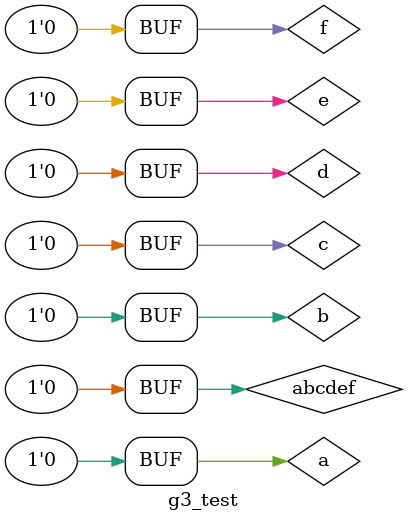
<source format=v>
`timescale 1ns / 1ps



module g3_test;

	// Inputs
	reg a;
	reg b;
	reg c;
	reg d;
	reg e;
	reg f;

	// Outputs
	wire z1;
	wire z2;

	// Instantiate the Unit Under Test (UUT)
	g3 uut (
		.a(a), 
		.b(b), 
		.c(c), 
		.d(d), 
		.e(e), 
		.f(f), 
		.z1(z1), 
		.z2(z2)
	);

	initial begin
		// Initialize Inputs
		a = 0;
		b = 0;
		c = 0;
		d = 0;
		e = 0;
		f = 0;

		// Wait 100 ns for global reset to finish
		#1; abcdef = 000000;
		#1; abcdef = 111111;
		#1; abcdef = 010101;
		#1; abcdef = 101010;
        
		// Add stimulus here

	end
      
endmodule


</source>
